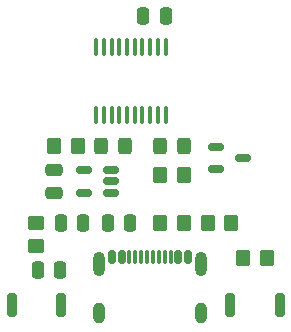
<source format=gbr>
%TF.GenerationSoftware,KiCad,Pcbnew,9.0.6+dfsg-1*%
%TF.CreationDate,2025-12-07T22:35:31+03:00*%
%TF.ProjectId,Custom_STM32F04,43757374-6f6d-45f5-9354-4d3332463034,1*%
%TF.SameCoordinates,Original*%
%TF.FileFunction,Paste,Top*%
%TF.FilePolarity,Positive*%
%FSLAX46Y46*%
G04 Gerber Fmt 4.6, Leading zero omitted, Abs format (unit mm)*
G04 Created by KiCad (PCBNEW 9.0.6+dfsg-1) date 2025-12-07 22:35:31*
%MOMM*%
%LPD*%
G01*
G04 APERTURE LIST*
G04 Aperture macros list*
%AMRoundRect*
0 Rectangle with rounded corners*
0 $1 Rounding radius*
0 $2 $3 $4 $5 $6 $7 $8 $9 X,Y pos of 4 corners*
0 Add a 4 corners polygon primitive as box body*
4,1,4,$2,$3,$4,$5,$6,$7,$8,$9,$2,$3,0*
0 Add four circle primitives for the rounded corners*
1,1,$1+$1,$2,$3*
1,1,$1+$1,$4,$5*
1,1,$1+$1,$6,$7*
1,1,$1+$1,$8,$9*
0 Add four rect primitives between the rounded corners*
20,1,$1+$1,$2,$3,$4,$5,0*
20,1,$1+$1,$4,$5,$6,$7,0*
20,1,$1+$1,$6,$7,$8,$9,0*
20,1,$1+$1,$8,$9,$2,$3,0*%
G04 Aperture macros list end*
%ADD10RoundRect,0.150000X0.512500X0.150000X-0.512500X0.150000X-0.512500X-0.150000X0.512500X-0.150000X0*%
%ADD11RoundRect,0.150000X-0.512500X-0.150000X0.512500X-0.150000X0.512500X0.150000X-0.512500X0.150000X0*%
%ADD12RoundRect,0.250000X0.325000X0.450000X-0.325000X0.450000X-0.325000X-0.450000X0.325000X-0.450000X0*%
%ADD13RoundRect,0.250000X-0.350000X-0.450000X0.350000X-0.450000X0.350000X0.450000X-0.350000X0.450000X0*%
%ADD14RoundRect,0.250000X-0.450000X0.350000X-0.450000X-0.350000X0.450000X-0.350000X0.450000X0.350000X0*%
%ADD15RoundRect,0.250000X-0.475000X0.250000X-0.475000X-0.250000X0.475000X-0.250000X0.475000X0.250000X0*%
%ADD16RoundRect,0.200000X-0.200000X-0.800000X0.200000X-0.800000X0.200000X0.800000X-0.200000X0.800000X0*%
%ADD17RoundRect,0.250000X0.250000X0.475000X-0.250000X0.475000X-0.250000X-0.475000X0.250000X-0.475000X0*%
%ADD18RoundRect,0.150000X-0.150000X-0.425000X0.150000X-0.425000X0.150000X0.425000X-0.150000X0.425000X0*%
%ADD19RoundRect,0.075000X-0.075000X-0.500000X0.075000X-0.500000X0.075000X0.500000X-0.075000X0.500000X0*%
%ADD20O,1.000000X2.100000*%
%ADD21O,1.000000X1.800000*%
%ADD22RoundRect,0.250000X-0.250000X-0.475000X0.250000X-0.475000X0.250000X0.475000X-0.250000X0.475000X0*%
%ADD23RoundRect,0.100000X-0.100000X0.637500X-0.100000X-0.637500X0.100000X-0.637500X0.100000X0.637500X0*%
G04 APERTURE END LIST*
D10*
%TO.C,U2*%
X157500000Y-94950000D03*
X157500000Y-93050000D03*
X159775000Y-93050000D03*
X159775000Y-94000000D03*
X159775000Y-94950000D03*
%TD*%
D11*
%TO.C,Q1*%
X171000000Y-92000000D03*
X168725000Y-92950000D03*
X168725000Y-91050000D03*
%TD*%
D12*
%TO.C,D1*%
X158975000Y-91000000D03*
X161025000Y-91000000D03*
%TD*%
D13*
%TO.C,R5*%
X157000000Y-91000000D03*
X155000000Y-91000000D03*
%TD*%
%TO.C,R4*%
X168000000Y-97500000D03*
X170000000Y-97500000D03*
%TD*%
%TO.C,R2*%
X171000000Y-100500000D03*
X173000000Y-100500000D03*
%TD*%
D14*
%TO.C,R1*%
X153500000Y-97500000D03*
X153500000Y-99500000D03*
%TD*%
D15*
%TO.C,C5*%
X155000000Y-93050000D03*
X155000000Y-94950000D03*
%TD*%
D16*
%TO.C,BOOT*%
X169900000Y-104500000D03*
X174100000Y-104500000D03*
%TD*%
%TO.C,RST*%
X151400000Y-104500000D03*
X155600000Y-104500000D03*
%TD*%
D17*
%TO.C,C6*%
X157450000Y-97500000D03*
X155550000Y-97500000D03*
%TD*%
D18*
%TO.C,J1*%
X159910000Y-100425000D03*
X160710000Y-100425000D03*
D19*
X161860000Y-100425000D03*
X162860000Y-100425000D03*
X163360000Y-100425000D03*
X164360000Y-100425000D03*
D18*
X165510000Y-100425000D03*
X166310000Y-100425000D03*
X166310000Y-100425000D03*
X165510000Y-100425000D03*
D19*
X164860000Y-100425000D03*
X163860000Y-100425000D03*
X162360000Y-100425000D03*
X161360000Y-100425000D03*
D18*
X160710000Y-100425000D03*
X159910000Y-100425000D03*
D20*
X158790000Y-101000000D03*
D21*
X158790000Y-105180000D03*
D20*
X167430000Y-101000000D03*
D21*
X167430000Y-105180000D03*
%TD*%
D22*
%TO.C,C4*%
X159550000Y-97500000D03*
X161450000Y-97500000D03*
%TD*%
%TO.C,C3*%
X162550000Y-80000000D03*
X164450000Y-80000000D03*
%TD*%
D12*
%TO.C,D2*%
X166025000Y-91000000D03*
X163975000Y-91000000D03*
%TD*%
D17*
%TO.C,C2*%
X155500000Y-101500000D03*
X153600000Y-101500000D03*
%TD*%
D23*
%TO.C,U1*%
X164425000Y-82637500D03*
X163775000Y-82637500D03*
X163125000Y-82637500D03*
X162475000Y-82637500D03*
X161825000Y-82637500D03*
X161175000Y-82637500D03*
X160525000Y-82637500D03*
X159875000Y-82637500D03*
X159225000Y-82637500D03*
X158575000Y-82637500D03*
X158575000Y-88362500D03*
X159225000Y-88362500D03*
X159875000Y-88362500D03*
X160525000Y-88362500D03*
X161175000Y-88362500D03*
X161825000Y-88362500D03*
X162475000Y-88362500D03*
X163125000Y-88362500D03*
X163775000Y-88362500D03*
X164425000Y-88362500D03*
%TD*%
D13*
%TO.C,R3*%
X164000000Y-97500000D03*
X166000000Y-97500000D03*
%TD*%
%TO.C,R6*%
X164000000Y-93500000D03*
X166000000Y-93500000D03*
%TD*%
M02*

</source>
